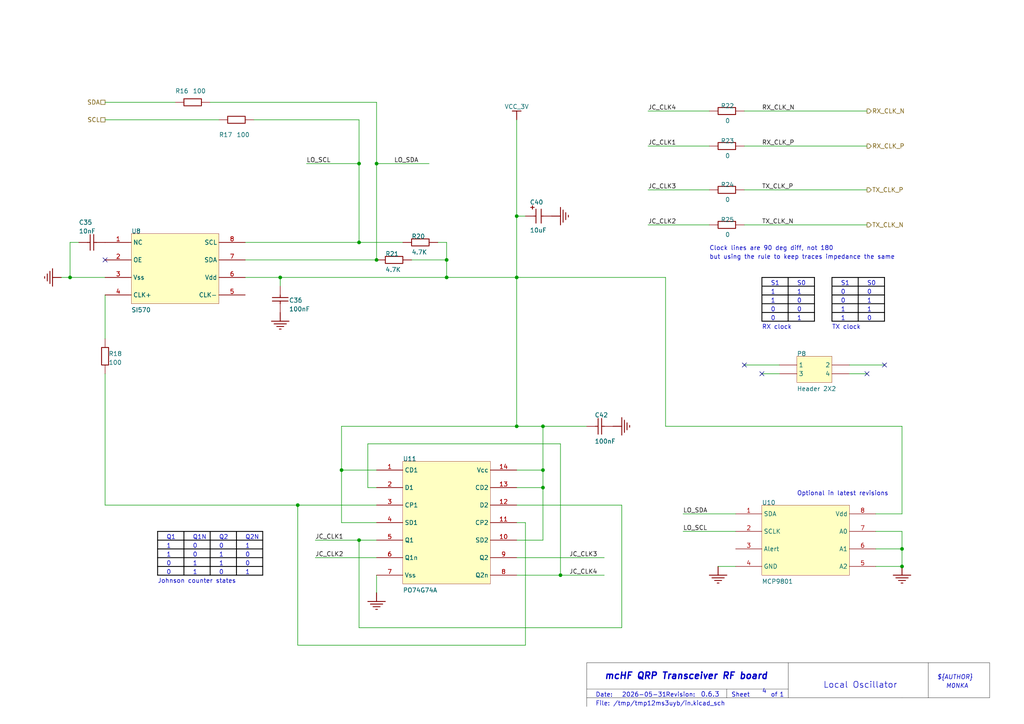
<source format=kicad_sch>
(kicad_sch (version 20231120) (generator "eeschema") (generator_version "8.0")
  (paper "A4")
  (title_block (title "mcHF QRP Transceiver RF board") (rev "0.6.3") (company "M0NKA"))
  (lib_symbols
    (symbol "rf_main-altium-import:GND_POWER_GROUND" (power)
      (property "Reference" "#PWR" (at 0 0 0))
      (property "Value" "GND" (at 0 6.35 0))
      (symbol "GND_POWER_GROUND_0_0"
        (polyline (pts (xy -2.54 -2.54) (xy 2.54 -2.54)) (stroke (width 0.254)))
        (polyline (pts (xy -1.778 -3.302) (xy 1.778 -3.302)) (stroke (width 0.254)))
        (polyline (pts (xy -1.016 -4.064) (xy 1.016 -4.064)) (stroke (width 0.254)))
        (polyline (pts (xy -0.254 -4.826) (xy 0.254 -4.826)) (stroke (width 0.254)))
        (polyline (pts (xy 0 0) (xy 0 -2.54)) (stroke (width 0.254)))
        (pin power_in line (at 0 0 0) (length 0) hide (name "GND") (number ""))
      )
    )
    (symbol "rf_main-altium-import:Local Oscillator_0_74LCX74M_0"
      (symbol "Local Oscillator_0_74LCX74M_0_1_0"
        (rectangle (start 12.7 17.78) (end -12.7 -17.78) (stroke (width 0.0254) (color 128 0 0 1)) (fill (type background)))
        (pin input line (at -20.32 15.24 0) (length 7.62) (name "CD1") (number "1"))
        (pin input line (at 20.32 -5.08 180) (length 7.62) (name "SD2") (number "10"))
        (pin input line (at 20.32 0 180) (length 7.62) (name "CP2") (number "11"))
        (pin input line (at 20.32 5.08 180) (length 7.62) (name "D2") (number "12"))
        (pin input line (at 20.32 10.16 180) (length 7.62) (name "CD2") (number "13"))
        (pin power_in line (at 20.32 15.24 180) (length 7.62) (name "Vcc") (number "14"))
        (pin input line (at -20.32 10.16 0) (length 7.62) (name "D1") (number "2"))
        (pin input line (at -20.32 5.08 0) (length 7.62) (name "CP1") (number "3"))
        (pin input line (at -20.32 0 0) (length 7.62) (name "SD1") (number "4"))
        (pin output line (at -20.32 -5.08 0) (length 7.62) (name "Q1") (number "5"))
        (pin output line (at -20.32 -10.16 0) (length 7.62) (name "Q1n") (number "6"))
        (pin power_in line (at -20.32 -15.24 0) (length 7.62) (name "Vss") (number "7"))
        (pin output line (at 20.32 -15.24 180) (length 7.62) (name "Q2n") (number "8"))
        (pin output line (at 20.32 -10.16 180) (length 7.62) (name "Q2") (number "9"))
      )
    )
    (symbol "rf_main-altium-import:Local Oscillator_0_CAP-POL_0"
      (symbol "Local Oscillator_0_CAP-POL_0_1_0"
        (polyline (pts (xy 1.524 2.54) (xy 2.54 2.54)) (stroke (width 0.254)))
        (polyline (pts (xy 2.032 2.032) (xy 2.032 3.048)) (stroke (width 0.254)))
        (polyline (pts (xy 2.54 0) (xy 3.048 0)) (stroke (width 0.254)))
        (polyline (pts (xy 3.048 -2.032) (xy 3.048 2.032)) (stroke (width 0.254)))
        (polyline (pts (xy 4.572 0) (xy 5.08 0)) (stroke (width 0.254)))
        (polyline (pts (xy 4.572 2.032) (xy 4.572 -2.032)) (stroke (width 0.254)))
        (pin passive line (at 0 0 0) (length 2.54) (name "1") (number "1"))
        (pin passive line (at 7.62 0 180) (length 2.54) (name "2") (number "2"))
      )
    )
    (symbol "rf_main-altium-import:Local Oscillator_0_CAP_0"
      (symbol "Local Oscillator_0_CAP_0_1_0"
        (polyline (pts (xy 0.254 -1.778) (xy 4.826 -1.778)) (stroke (width 0.254)))
        (polyline (pts (xy 0.254 -0.762) (xy 4.826 -0.762)) (stroke (width 0.254)))
        (polyline (pts (xy 2.54 -1.778) (xy 2.54 -2.54)) (stroke (width 0.254)))
        (polyline (pts (xy 2.54 0) (xy 2.54 -0.762)) (stroke (width 0.254)))
        (pin passive line (at 2.54 2.54 270) (length 2.54) (name "1") (number "1"))
        (pin passive line (at 2.54 -5.08 90) (length 2.54) (name "2") (number "2"))
      )
    )
    (symbol "rf_main-altium-import:Local Oscillator_0_Header 2X2"
      (symbol "Local Oscillator_0_Header 2X2_1_0"
        (rectangle (start 10.16 0) (end 0 -7.62) (stroke (width 0.0254) (color 128 0 0 1)) (fill (type background)))
        (pin passive line (at -5.08 -2.54 0) (length 5.08) (name "1") (number "1"))
        (pin passive line (at 15.24 -2.54 180) (length 5.08) (name "2") (number "2"))
        (pin passive line (at -5.08 -5.08 0) (length 5.08) (name "3") (number "3"))
        (pin passive line (at 15.24 -5.08 180) (length 5.08) (name "4") (number "4"))
      )
    )
    (symbol "rf_main-altium-import:Local Oscillator_0_MCP9801_0"
      (symbol "Local Oscillator_0_MCP9801_0_1_0"
        (rectangle (start 12.7 10.16) (end -12.7 -10.16) (stroke (width 0.0254) (color 128 0 0 1)) (fill (type background)))
        (pin bidirectional line (at -20.32 7.62 0) (length 7.62) (name "SDA") (number "1"))
        (pin bidirectional line (at -20.32 2.54 0) (length 7.62) (name "SCLK") (number "2"))
        (pin output line (at -20.32 -2.54 0) (length 7.62) (name "Alert") (number "3"))
        (pin power_in line (at -20.32 -7.62 0) (length 7.62) (name "GND") (number "4"))
        (pin input line (at 20.32 -7.62 180) (length 7.62) (name "A2") (number "5"))
        (pin input line (at 20.32 -2.54 180) (length 7.62) (name "A1") (number "6"))
        (pin input line (at 20.32 2.54 180) (length 7.62) (name "A0") (number "7"))
        (pin power_in line (at 20.32 7.62 180) (length 7.62) (name "Vdd") (number "8"))
      )
    )
    (symbol "rf_main-altium-import:Local Oscillator_0_RES_0"
      (symbol "Local Oscillator_0_RES_0_1_0"
        (rectangle (start 5.08 -1.524) (end 0 -3.556) (stroke (width 0.254)))
        (pin passive line (at -2.54 -2.54 0) (length 2.54) (name "1") (number "1"))
        (pin passive line (at 7.62 -2.54 180) (length 2.54) (name "2") (number "2"))
      )
    )
    (symbol "rf_main-altium-import:Local Oscillator_0_SI570_0"
      (symbol "Local Oscillator_0_SI570_0_1_0"
        (rectangle (start 12.7 10.16) (end -12.7 -10.16) (stroke (width 0.0254) (color 128 0 0 1)) (fill (type background)))
        (pin passive line (at -20.32 7.62 0) (length 7.62) (name "NC") (number "1"))
        (pin input line (at -20.32 2.54 0) (length 7.62) (name "OE") (number "2"))
        (pin power_in line (at -20.32 -2.54 0) (length 7.62) (name "Vss") (number "3"))
        (pin output line (at -20.32 -7.62 0) (length 7.62) (name "CLK+") (number "4"))
        (pin output line (at 20.32 -7.62 180) (length 7.62) (name "CLK-") (number "5"))
        (pin power_in line (at 20.32 -2.54 180) (length 7.62) (name "Vdd") (number "6"))
        (pin bidirectional line (at 20.32 2.54 180) (length 7.62) (name "SDA") (number "7"))
        (pin bidirectional line (at 20.32 7.62 180) (length 7.62) (name "SCL") (number "8"))
      )
    )
    (symbol "rf_main-altium-import:Local Oscillator_1_CAP_0"
      (symbol "Local Oscillator_1_CAP_0_1_0"
        (polyline (pts (xy 0 2.54) (xy 0.762 2.54)) (stroke (width 0.254)))
        (polyline (pts (xy 0.762 0.254) (xy 0.762 4.826)) (stroke (width 0.254)))
        (polyline (pts (xy 1.778 0.254) (xy 1.778 4.826)) (stroke (width 0.254)))
        (polyline (pts (xy 1.778 2.54) (xy 2.54 2.54)) (stroke (width 0.254)))
        (pin passive line (at -2.54 2.54 0) (length 2.54) (name "1") (number "1"))
        (pin passive line (at 5.08 2.54 180) (length 2.54) (name "2") (number "2"))
      )
    )
    (symbol "rf_main-altium-import:Local Oscillator_1_RES_0"
      (symbol "Local Oscillator_1_RES_0_1_0"
        (rectangle (start 3.556 5.08) (end 1.524 0) (stroke (width 0.254)))
        (pin passive line (at 2.54 -2.54 90) (length 2.54) (name "1") (number "1"))
        (pin passive line (at 2.54 7.62 270) (length 2.54) (name "2") (number "2"))
      )
    )
    (symbol "rf_main-altium-import:Local Oscillator_2_RES_0"
      (symbol "Local Oscillator_2_RES_0_1_0"
        (rectangle (start 0 3.556) (end -5.08 1.524) (stroke (width 0.254)))
        (pin passive line (at 2.54 2.54 180) (length 2.54) (name "1") (number "1"))
        (pin passive line (at -7.62 2.54 0) (length 2.54) (name "2") (number "2"))
      )
    )
    (symbol "rf_main-altium-import:Local Oscillator_3_CAP_0"
      (symbol "Local Oscillator_3_CAP_0_1_0"
        (polyline (pts (xy -1.778 -2.54) (xy -2.54 -2.54)) (stroke (width 0.254)))
        (polyline (pts (xy -1.778 -0.254) (xy -1.778 -4.826)) (stroke (width 0.254)))
        (polyline (pts (xy -0.762 -0.254) (xy -0.762 -4.826)) (stroke (width 0.254)))
        (polyline (pts (xy 0 -2.54) (xy -0.762 -2.54)) (stroke (width 0.254)))
        (pin passive line (at 2.54 -2.54 180) (length 2.54) (name "1") (number "1"))
        (pin passive line (at -5.08 -2.54 0) (length 2.54) (name "2") (number "2"))
      )
    )
    (symbol "rf_main-altium-import:VCC_3V_BAR" (power)
      (property "Reference" "#PWR" (at 0 0 0))
      (property "Value" "VCC_3V" (at 0 3.81 0))
      (symbol "VCC_3V_BAR_0_0"
        (polyline (pts (xy -1.27 -2.54) (xy 1.27 -2.54)) (stroke (width 0.254)))
        (polyline (pts (xy 0 0) (xy 0 -2.54)) (stroke (width 0.254)))
        (pin power_in line (at 0 0 0) (length 0) hide (name "VCC_3V") (number ""))
      )
    )
  )
  (junction (at 162.56 166.8272))
  (junction (at 157.48 136.3472))
  (junction (at 149.86 80.4672))
  (junction (at 129.54 75.3872))
  (junction (at 99.06 136.3472))
  (junction (at 20.32 80.4672))
  (junction (at 157.48 141.4272))
  (junction (at 157.48 123.6472))
  (junction (at 149.86 62.6872))
  (junction (at 104.14 156.6672))
  (junction (at 104.14 47.4472))
  (junction (at 81.28 80.4672))
  (junction (at 109.22 47.4472))
  (junction (at 104.14 70.3072))
  (junction (at 261.62 164.2872))
  (junction (at 86.36 146.5072))
  (junction (at 129.54 80.4672))
  (junction (at 261.62 159.2072))
  (junction (at 109.22 75.3872))
  (junction (at 149.86 123.6472))
  (no_connect (at 215.9 105.8672))
  (no_connect (at 256.54 105.8672))
  (no_connect (at 220.98 108.4072))
  (no_connect (at 30.48 75.3872))
  (no_connect (at 251.46 108.4072))
  (wire (pts (xy 99.06 151.5872) (xy 109.22 151.5872)))
  (polyline (pts (xy 241.3 83.0072) (xy 256.54 83.0072)) (stroke (width 0.254) (type solid) (color 0 0 0 1)))
  (wire (pts (xy 104.14 47.4472) (xy 88.9 47.4472)))
  (wire (pts (xy 193.04 123.6472) (xy 193.04 80.4672)))
  (wire (pts (xy 129.54 75.3872) (xy 129.54 80.4672)))
  (polyline (pts (xy 45.72 164.2872) (xy 76.2 164.2872)) (stroke (width 0.254) (type solid) (color 0 0 0 1)))
  (polyline (pts (xy 45.72 166.8272) (xy 45.72 154.1272)) (stroke (width 0.254) (type solid) (color 0 0 0 1)))
  (wire (pts (xy 251.46 65.2272) (xy 215.9 65.2272)))
  (wire (pts (xy 71.12 70.3072) (xy 104.14 70.3072)))
  (polyline (pts (xy 236.22 80.4672) (xy 236.22 93.1672)) (stroke (width 0.254) (type solid) (color 0 0 0 1)))
  (wire (pts (xy 215.9 32.2072) (xy 251.46 32.2072)))
  (wire (pts (xy 180.34 182.0672) (xy 104.14 182.0672)))
  (polyline (pts (xy 220.98 85.5472) (xy 236.22 85.5472)) (stroke (width 0.254) (type solid) (color 0 0 0 1)))
  (polyline (pts (xy 220.98 80.4672) (xy 236.22 80.4672)) (stroke (width 0.254) (type solid) (color 0 0 0 1)))
  (wire (pts (xy 215.9 105.8672) (xy 226.06 105.8672)))
  (wire (pts (xy 157.48 123.6472) (xy 149.86 123.6472)))
  (wire (pts (xy 149.86 80.4672) (xy 149.86 62.6872)))
  (wire (pts (xy 205.74 65.2272) (xy 187.96 65.2272)))
  (wire (pts (xy 104.14 47.4472) (xy 104.14 70.3072)))
  (wire (pts (xy 106.68 128.7272) (xy 162.56 128.7272)))
  (wire (pts (xy 124.46 47.4472) (xy 109.22 47.4472)))
  (wire (pts (xy 17.78 80.4672) (xy 20.32 80.4672)))
  (wire (pts (xy 157.48 141.4272) (xy 149.86 141.4272)))
  (wire (pts (xy 109.22 29.6672) (xy 109.22 47.4472)))
  (wire (pts (xy 205.74 55.0672) (xy 187.96 55.0672)))
  (wire (pts (xy 71.12 80.4672) (xy 81.28 80.4672)))
  (polyline (pts (xy 256.54 93.1672) (xy 241.3 93.1672)) (stroke (width 0.254) (type solid) (color 0 0 0 1)))
  (polyline (pts (xy 45.72 159.2072) (xy 76.2 159.2072)) (stroke (width 0.254) (type solid) (color 0 0 0 1)))
  (wire (pts (xy 162.56 128.7272) (xy 162.56 166.8272)))
  (polyline (pts (xy 220.98 83.0072) (xy 236.22 83.0072)) (stroke (width 0.254) (type solid) (color 0 0 0 1)))
  (wire (pts (xy 261.62 164.2872) (xy 261.62 159.2072)))
  (wire (pts (xy 127 70.3072) (xy 129.54 70.3072)))
  (polyline (pts (xy 228.6 80.4672) (xy 228.6 93.1672)) (stroke (width 0.254) (type solid) (color 0 0 0 1)))
  (wire (pts (xy 149.86 146.5072) (xy 180.34 146.5072)))
  (wire (pts (xy 81.28 80.4672) (xy 81.28 83.0072)))
  (wire (pts (xy 104.14 70.3072) (xy 116.84 70.3072)))
  (wire (pts (xy 213.36 149.0472) (xy 198.12 149.0472)))
  (wire (pts (xy 149.86 151.5872) (xy 152.4 151.5872)))
  (wire (pts (xy 20.32 70.3072) (xy 20.32 80.4672)))
  (wire (pts (xy 81.28 80.4672) (xy 129.54 80.4672)))
  (wire (pts (xy 71.12 75.3872) (xy 109.22 75.3872)))
  (polyline (pts (xy 220.98 93.1672) (xy 220.98 80.4672)) (stroke (width 0.254) (type solid) (color 0 0 0 1)))
  (wire (pts (xy 99.06 123.6472) (xy 99.06 136.3472)))
  (polyline (pts (xy 261.62 202.3872) (xy 170.18 202.3872)) (stroke (width 0.0254) (type solid) (color 0 0 0 1)))
  (wire (pts (xy 60.96 29.6672) (xy 109.22 29.6672)))
  (wire (pts (xy 180.34 146.5072) (xy 180.34 182.0672)))
  (wire (pts (xy 157.48 141.4272) (xy 157.48 136.3472)))
  (polyline (pts (xy 60.96 154.1272) (xy 60.96 166.8272)) (stroke (width 0.254) (type solid) (color 0 0 0 1)))
  (polyline (pts (xy 236.22 93.1672) (xy 220.98 93.1672)) (stroke (width 0.254) (type solid) (color 0 0 0 1)))
  (wire (pts (xy 175.26 161.7472) (xy 149.86 161.7472)))
  (wire (pts (xy 152.4 62.6872) (xy 149.86 62.6872)))
  (wire (pts (xy 261.62 149.0472) (xy 261.62 123.6472)))
  (wire (pts (xy 30.48 29.6672) (xy 50.8 29.6672)))
  (wire (pts (xy 129.54 80.4672) (xy 149.86 80.4672)))
  (wire (pts (xy 261.62 123.6472) (xy 193.04 123.6472)))
  (wire (pts (xy 162.56 166.8272) (xy 175.26 166.8272)))
  (wire (pts (xy 104.14 34.7472) (xy 104.14 47.4472)))
  (polyline (pts (xy 287.02 192.2272) (xy 170.18 192.2272)) (stroke (width 0.0254) (type solid) (color 0 0 0 1)))
  (wire (pts (xy 261.62 154.1272) (xy 254 154.1272)))
  (wire (pts (xy 254 149.0472) (xy 261.62 149.0472)))
  (wire (pts (xy 208.28 164.2872) (xy 213.36 164.2872)))
  (wire (pts (xy 22.86 70.3072) (xy 20.32 70.3072)))
  (wire (pts (xy 109.22 47.4472) (xy 109.22 75.3872)))
  (wire (pts (xy 215.9 55.0672) (xy 251.46 55.0672)))
  (polyline (pts (xy 45.72 156.6672) (xy 76.2 156.6672)) (stroke (width 0.254) (type solid) (color 0 0 0 1)))
  (polyline (pts (xy 220.98 88.0872) (xy 236.22 88.0872)) (stroke (width 0.254) (type solid) (color 0 0 0 1)))
  (wire (pts (xy 152.4 151.5872) (xy 152.4 187.1472)))
  (wire (pts (xy 205.74 42.3672) (xy 187.96 42.3672)))
  (wire (pts (xy 220.98 108.4072) (xy 226.06 108.4072)))
  (polyline (pts (xy 170.18 199.8472) (xy 228.6 199.8472)) (stroke (width 0.0254) (type solid) (color 0 0 0 1)))
  (wire (pts (xy 20.32 80.4672) (xy 30.48 80.4672)))
  (wire (pts (xy 109.22 156.6672) (xy 104.14 156.6672)))
  (wire (pts (xy 99.06 136.3472) (xy 109.22 136.3472)))
  (polyline (pts (xy 241.3 88.0872) (xy 256.54 88.0872)) (stroke (width 0.254) (type solid) (color 0 0 0 1)))
  (polyline (pts (xy 241.3 93.1672) (xy 241.3 80.4672)) (stroke (width 0.254) (type solid) (color 0 0 0 1)))
  (polyline (pts (xy 269.24 192.2272) (xy 269.24 202.3872)) (stroke (width 0.0254) (type solid) (color 0 0 0 1)))
  (wire (pts (xy 246.38 105.8672) (xy 256.54 105.8672)))
  (polyline (pts (xy 287.02 202.3872) (xy 287.02 192.2272)) (stroke (width 0.0254) (type solid) (color 0 0 0 1)))
  (wire (pts (xy 104.14 182.0672) (xy 104.14 156.6672)))
  (wire (pts (xy 109.22 166.8272) (xy 109.22 171.9072)))
  (polyline (pts (xy 210.82 199.8472) (xy 210.82 202.3872)) (stroke (width 0.0254) (type solid) (color 0 0 0 1)))
  (wire (pts (xy 261.62 159.2072) (xy 254 159.2072)))
  (polyline (pts (xy 170.18 192.2272) (xy 170.18 204.9272)) (stroke (width 0.0254) (type solid) (color 0 0 0 1)))
  (polyline (pts (xy 76.2 166.8272) (xy 45.72 166.8272)) (stroke (width 0.254) (type solid) (color 0 0 0 1)))
  (polyline (pts (xy 241.3 90.6272) (xy 256.54 90.6272)) (stroke (width 0.254) (type solid) (color 0 0 0 1)))
  (wire (pts (xy 109.22 141.4272) (xy 106.68 141.4272)))
  (wire (pts (xy 30.48 98.2472) (xy 30.48 85.5472)))
  (wire (pts (xy 99.06 136.3472) (xy 99.06 151.5872)))
  (polyline (pts (xy 76.2 154.1272) (xy 76.2 166.8272)) (stroke (width 0.254) (type solid) (color 0 0 0 1)))
  (polyline (pts (xy 220.98 90.6272) (xy 236.22 90.6272)) (stroke (width 0.254) (type solid) (color 0 0 0 1)))
  (polyline (pts (xy 53.34 154.1272) (xy 53.34 166.8272)) (stroke (width 0.254) (type solid) (color 0 0 0 1)))
  (wire (pts (xy 193.04 80.4672) (xy 149.86 80.4672)))
  (polyline (pts (xy 256.54 80.4672) (xy 256.54 93.1672)) (stroke (width 0.254) (type solid) (color 0 0 0 1)))
  (wire (pts (xy 149.86 166.8272) (xy 162.56 166.8272)))
  (wire (pts (xy 109.22 161.7472) (xy 91.44 161.7472)))
  (wire (pts (xy 261.62 159.2072) (xy 261.62 154.1272)))
  (wire (pts (xy 152.4 187.1472) (xy 86.36 187.1472)))
  (wire (pts (xy 205.74 32.2072) (xy 187.96 32.2072)))
  (wire (pts (xy 157.48 136.3472) (xy 149.86 136.3472)))
  (wire (pts (xy 157.48 136.3472) (xy 157.48 123.6472)))
  (wire (pts (xy 149.86 156.6672) (xy 157.48 156.6672)))
  (wire (pts (xy 157.48 156.6672) (xy 157.48 141.4272)))
  (wire (pts (xy 254 164.2872) (xy 261.62 164.2872)))
  (polyline (pts (xy 261.62 202.3872) (xy 287.02 202.3872)) (stroke (width 0.0254) (type solid) (color 0 0 0 1)))
  (wire (pts (xy 251.46 42.3672) (xy 215.9 42.3672)))
  (polyline (pts (xy 248.92 80.4672) (xy 248.92 93.1672)) (stroke (width 0.254) (type solid) (color 0 0 0 1)))
  (wire (pts (xy 213.36 154.1272) (xy 198.12 154.1272)))
  (polyline (pts (xy 228.6 192.2272) (xy 228.6 202.3872)) (stroke (width 0.0254) (type solid) (color 0 0 0 1)))
  (wire (pts (xy 86.36 146.5072) (xy 109.22 146.5072)))
  (wire (pts (xy 170.18 123.6472) (xy 157.48 123.6472)))
  (wire (pts (xy 246.38 108.4072) (xy 251.46 108.4072)))
  (wire (pts (xy 149.86 80.4672) (xy 149.86 123.6472)))
  (wire (pts (xy 30.48 34.7472) (xy 63.5 34.7472)))
  (wire (pts (xy 129.54 70.3072) (xy 129.54 75.3872)))
  (polyline (pts (xy 45.72 161.7472) (xy 76.2 161.7472)) (stroke (width 0.254) (type solid) (color 0 0 0 1)))
  (wire (pts (xy 106.68 141.4272) (xy 106.68 128.7272)))
  (polyline (pts (xy 45.72 154.1272) (xy 76.2 154.1272)) (stroke (width 0.254) (type solid) (color 0 0 0 1)))
  (wire (pts (xy 149.86 62.6872) (xy 149.86 34.7472)))
  (polyline (pts (xy 68.58 154.1272) (xy 68.58 166.8272)) (stroke (width 0.254) (type solid) (color 0 0 0 1)))
  (wire (pts (xy 86.36 187.1472) (xy 86.36 146.5072)))
  (wire (pts (xy 73.66 34.7472) (xy 104.14 34.7472)))
  (polyline (pts (xy 241.3 80.4672) (xy 256.54 80.4672)) (stroke (width 0.254) (type solid) (color 0 0 0 1)))
  (wire (pts (xy 119.38 75.3872) (xy 129.54 75.3872)))
  (wire (pts (xy 30.48 146.5072) (xy 86.36 146.5072)))
  (wire (pts (xy 104.14 156.6672) (xy 91.44 156.6672)))
  (wire (pts (xy 149.86 123.6472) (xy 99.06 123.6472)))
  (wire (pts (xy 30.48 108.4072) (xy 30.48 146.5072)))
  (polyline (pts (xy 241.3 85.5472) (xy 256.54 85.5472)) (stroke (width 0.254) (type solid) (color 0 0 0 1)))
  (text "1" (at 223.52 85.5472 0) (effects (font (size 1.27 1.27)) (justify left bottom)))
  (text "${AUTHOR}" (at 271.78 197.3072 0) (effects (font (size 1.27 1.27) (italic yes)) (justify left bottom)))
  (text "File:" (at 172.72 204.9272 0) (effects (font (size 1.27 1.27)) (justify left bottom)))
  (text "Q2N" (at 71.12 156.6672 0) (effects (font (size 1.27 1.27)) (justify left bottom)))
  (text "1" (at 243.84 90.6272 0) (effects (font (size 1.27 1.27)) (justify left bottom)))
  (text "but using the rule to keep traces impedance the same" (at 205.74 75.3872 0) (effects (font (size 1.27 1.27)) (justify left bottom)))
  (text "Q1N" (at 55.88 156.6672 0) (effects (font (size 1.27 1.27)) (justify left bottom)))
  (text "Clock lines are 90 deg diff, not 180" (at 205.74 72.8472 0) (effects (font (size 1.27 1.27)) (justify left bottom)))
  (text "1" (at 63.5 161.7472 0) (effects (font (size 1.27 1.27)) (justify left bottom)))
  (text "0" (at 63.5 166.8272 0) (effects (font (size 1.27 1.27)) (justify left bottom)))
  (text "4" (at 220.98 199.8472 0) (effects (font (size 1.27 1.27)) (justify left top)))
  (text "0" (at 223.52 90.6272 0) (effects (font (size 1.27 1.27)) (justify left bottom)))
  (text "1" (at 63.5 164.2872 0) (effects (font (size 1.27 1.27)) (justify left bottom)))
  (text "TX clock" (at 241.3 95.7072 0) (effects (font (size 1.27 1.27)) (justify left bottom)))
  (text "${REVISION}" (at 203.2 202.3872 0) (effects (font (size 1.397 1.397)) (justify left bottom)))
  (text "Local Oscillator" (at 238.76 199.8472 0) (effects (font (size 1.778 1.778)) (justify left bottom)))
  (text "1" (at 71.12 159.2072 0) (effects (font (size 1.27 1.27)) (justify left bottom)))
  (text "${FILEPATH}" (at 177.8 204.9272 0) (effects (font (size 1.27 1.27)) (justify left bottom)))
  (text "0" (at 251.46 85.5472 0) (effects (font (size 1.27 1.27)) (justify left bottom)))
  (text "0" (at 243.84 88.0872 0) (effects (font (size 1.27 1.27)) (justify left bottom)))
  (text "1" (at 55.88 166.8272 0) (effects (font (size 1.27 1.27)) (justify left bottom)))
  (text "0" (at 48.26 166.8272 0) (effects (font (size 1.27 1.27)) (justify left bottom)))
  (text "0" (at 71.12 161.7472 0) (effects (font (size 1.27 1.27)) (justify left bottom)))
  (text "0" (at 251.46 93.1672 0) (effects (font (size 1.27 1.27)) (justify left bottom)))
  (text "Q1" (at 48.26 156.6672 0) (effects (font (size 1.27 1.27)) (justify left bottom)))
  (text "0" (at 55.88 159.2072 0) (effects (font (size 1.27 1.27)) (justify left bottom)))
  (text "S0" (at 231.14 83.0072 0) (effects (font (size 1.27 1.27)) (justify left bottom)))
  (text "S1" (at 223.52 83.0072 0) (effects (font (size 1.27 1.27)) (justify left bottom)))
  (text "1" (at 48.26 159.2072 0) (effects (font (size 1.27 1.27)) (justify left bottom)))
  (text "of" (at 223.52 202.3872 0) (effects (font (size 1.27 1.27)) (justify left bottom)))
  (text "0" (at 231.14 88.0872 0) (effects (font (size 1.27 1.27)) (justify left bottom)))
  (text "1" (at 71.12 166.8272 0) (effects (font (size 1.27 1.27)) (justify left bottom)))
  (text "0" (at 231.14 90.6272 0) (effects (font (size 1.27 1.27)) (justify left bottom)))
  (text "0" (at 63.5 159.2072 0) (effects (font (size 1.27 1.27)) (justify left bottom)))
  (text "${CURRENT_DATE}" (at 180.34 202.3872 0) (effects (font (size 1.27 1.27)) (justify left bottom)))
  (text "1" (at 251.46 90.6272 0) (effects (font (size 1.27 1.27)) (justify left bottom)))
  (text "Revision:" (at 193.04 202.3872 0) (effects (font (size 1.27 1.27)) (justify left bottom)))
  (text "${##}" (at 226.06 202.3872 0) (effects (font (size 1.27 1.27)) (justify left bottom)))
  (text "Johnson counter states" (at 45.72 169.3672 0) (effects (font (size 1.27 1.27)) (justify left bottom)))
  (text "Q2" (at 63.5 156.6672 0) (effects (font (size 1.27 1.27)) (justify left bottom)))
  (text "0" (at 71.12 164.2872 0) (effects (font (size 1.27 1.27)) (justify left bottom)))
  (text "S1" (at 243.84 83.0072 0) (effects (font (size 1.27 1.27)) (justify left bottom)))
  (text "Date:" (at 172.72 202.3872 0) (effects (font (size 1.27 1.27)) (justify left bottom)))
  (text "S0" (at 251.46 83.0072 0) (effects (font (size 1.27 1.27)) (justify left bottom)))
  (text "0" (at 243.84 85.5472 0) (effects (font (size 1.27 1.27)) (justify left bottom)))
  (text "1" (at 55.88 164.2872 0) (effects (font (size 1.27 1.27)) (justify left bottom)))
  (text "0" (at 48.26 164.2872 0) (effects (font (size 1.27 1.27)) (justify left bottom)))
  (text "Optional in latest revisions" (at 231.14 143.9672 0) (effects (font (size 1.27 1.27)) (justify left bottom)))
  (text "${TITLE}" (at 175.26 197.3072 0) (effects (font (size 1.905 1.905) (thickness 0.381) (bold yes) (italic yes)) (justify left bottom)))
  (text "1" (at 48.26 161.7472 0) (effects (font (size 1.27 1.27)) (justify left bottom)))
  (text "RX clock" (at 220.98 95.7072 0) (effects (font (size 1.27 1.27)) (justify left bottom)))
  (text "Sheet" (at 212.09 202.3872 0) (effects (font (size 1.27 1.27)) (justify left bottom)))
  (text "1" (at 231.14 93.1672 0) (effects (font (size 1.27 1.27)) (justify left bottom)))
  (text "${COMPANY}" (at 274.32 199.8472 0) (effects (font (size 1.27 1.27) (italic yes)) (justify left bottom)))
  (text "1" (at 251.46 88.0872 0) (effects (font (size 1.27 1.27)) (justify left bottom)))
  (text "1" (at 223.52 88.0872 0) (effects (font (size 1.27 1.27)) (justify left bottom)))
  (text "1" (at 243.84 93.1672 0) (effects (font (size 1.27 1.27)) (justify left bottom)))
  (text "1" (at 231.14 85.5472 0) (effects (font (size 1.27 1.27)) (justify left bottom)))
  (text "0" (at 55.88 161.7472 0) (effects (font (size 1.27 1.27)) (justify left bottom)))
  (text "0" (at 223.52 93.1672 0) (effects (font (size 1.27 1.27)) (justify left bottom)))
  (label "LO_SCL" (at 88.9 47.4472 0))
  (label "JC_CLK3" (at 187.96 55.0672 0))
  (label "RX_CLK_N" (at 220.98 32.2072 0))
  (label "JC_CLK2" (at 187.96 65.2272 0))
  (label "TX_CLK_P" (at 220.98 55.0672 0))
  (label "JC_CLK4" (at 187.96 32.2072 0))
  (label "LO_SDA" (at 198.12 149.0472 0))
  (label "JC_CLK2" (at 91.44 161.7472 0))
  (label "RX_CLK_P" (at 220.98 42.3672 0))
  (label "LO_SCL" (at 198.12 154.1272 0))
  (label "JC_CLK4" (at 165.1 166.8272 0))
  (label "LO_SDA" (at 114.3 47.4472 0))
  (label "JC_CLK3" (at 165.1 161.7472 0))
  (label "TX_CLK_N" (at 220.98 65.2272 0))
  (label "JC_CLK1" (at 187.96 42.3672 0))
  (label "JC_CLK1" (at 91.44 156.6672 0))
  (hierarchical_label "RX_CLK_P" (shape output) (at 251.46 42.3672 0))
  (hierarchical_label "SCL" (shape passive) (at 30.48 34.7472 180))
  (hierarchical_label "SDA" (shape passive) (at 30.48 29.6672 180))
  (hierarchical_label "RX_CLK_N" (shape output) (at 251.46 32.2072 0))
  (hierarchical_label "TX_CLK_N" (shape output) (at 251.46 65.2272 0))
  (hierarchical_label "TX_CLK_P" (shape output) (at 251.46 55.0672 0))
  (symbol (lib_id "rf_main-altium-import:Local Oscillator_3_CAP_0") (at 175.26 121.1072 0) (unit 1)
    (property "Reference" "C42" (at 172.466 121.1072 0) (effects (justify left bottom)))
    (property "Value" "100nF" (at 172.466 128.7272 0) (effects (justify left bottom)))
    (property "Footprint" "0805-Pro" (effects (hide yes)))
    (property "Description" "Capacitor" (effects (hide yes)))
    (property "PRICE" "0.068" (effects (hide yes)))
    (property "ORDER" "FN 252-2090" (effects (hide yes)))
    (property "QT ORDER" "QCC-00154" (effects (hide yes)))
  )
  (symbol (lib_id "rf_main-altium-import:Local Oscillator_0_CAP-POL_0") (at 152.4 62.6872 0) (unit 1)
    (property "Reference" "C40" (at 153.67 59.3852 0) (effects (justify left bottom)))
    (property "Value" "10uF" (at 153.67 67.5132 0) (effects (justify left bottom)))
    (property "Footprint" "1206_Elec_Cap_N" (effects (hide yes)))
    (property "Description" "Electrolitic capacitor" (effects (hide yes)))
    (property "PRICE" "0.204" (effects (hide yes)))
    (property "ORDER" "FN 233-3009" (effects (hide yes)))
    (property "QT ORDER" "QCC-00166" (effects (hide yes)))
  )
  (symbol (lib_id "rf_main-altium-import:GND_POWER_GROUND") (at 261.62 164.2872 0) (unit 1)
    (property "Reference" "#PWR?" (effects (hide yes)))
    (property "Value" "GND" (effects (hide yes)))
  )
  (symbol (lib_id "rf_main-altium-import:Local Oscillator_0_RES_0") (at 111.76 72.8472 0) (unit 1)
    (property "Reference" "R21" (at 111.76 74.3712 0) (effects (justify left bottom)))
    (property "Value" "4.7K" (at 111.76 78.9432 0) (effects (justify left bottom)))
    (property "Footprint" "0805-Pro" (effects (hide yes)))
    (property "Description" "Resistor" (effects (hide yes)))
    (property "PRICE" "0.024" (effects (hide yes)))
    (property "ORDER" "FN 200-8383" (effects (hide yes)))
    (property "QT ORDER" "QCR-00341" (effects (hide yes)))
  )
  (symbol (lib_id "rf_main-altium-import:Local Oscillator_1_CAP_0") (at 25.4 72.8472 0) (unit 1)
    (property "Reference" "C35" (at 22.86 65.2272 0) (effects (justify left bottom)))
    (property "Value" "10nF" (at 22.86 67.7672 0) (effects (justify left bottom)))
    (property "Footprint" "0805-Pro" (effects (hide yes)))
    (property "Description" "Capacitor" (effects (hide yes)))
    (property "PRICE" "0.059" (effects (hide yes)))
    (property "ORDER" "FN 233-2713" (effects (hide yes)))
    (property "QT ORDER" "QCC-00097" (effects (hide yes)))
  )
  (symbol (lib_id "rf_main-altium-import:Local Oscillator_2_RES_0") (at 213.36 57.6072 0) (unit 1)
    (property "Reference" "R24" (at 209.042 54.3052 0) (effects (justify left bottom)))
    (property "Value" "0" (at 210.312 58.6232 0) (effects (justify left bottom)))
    (property "Footprint" "0805-Pro" (effects (hide yes)))
    (property "Description" "Resistor" (effects (hide yes)))
    (property "PRICE" "0.009" (effects (hide yes)))
    (property "ORDER" "FN 933-3681" (effects (hide yes)))
    (property "QT ORDER" "QCR-00268" (effects (hide yes)))
  )
  (symbol (lib_id "rf_main-altium-import:GND_POWER_GROUND") (at 160.02 62.6872 90) (unit 1)
    (property "Reference" "#PWR?" (effects (hide yes)))
    (property "Value" "GND" (effects (hide yes)))
  )
  (symbol (lib_id "rf_main-altium-import:Local Oscillator_2_RES_0") (at 213.36 44.9072 0) (unit 1)
    (property "Reference" "R23" (at 209.042 41.6052 0) (effects (justify left bottom)))
    (property "Value" "0" (at 210.312 45.9232 0) (effects (justify left bottom)))
    (property "Footprint" "0805-Pro" (effects (hide yes)))
    (property "Description" "Resistor" (effects (hide yes)))
    (property "PRICE" "0.009" (effects (hide yes)))
    (property "ORDER" "FN 933-3681" (effects (hide yes)))
    (property "QT ORDER" "QCR-00268" (effects (hide yes)))
  )
  (symbol (lib_id "rf_main-altium-import:Local Oscillator_2_RES_0") (at 213.36 67.7672 0) (unit 1)
    (property "Reference" "R25" (at 209.042 64.4652 0) (effects (justify left bottom)))
    (property "Value" "0" (at 210.312 68.7832 0) (effects (justify left bottom)))
    (property "Footprint" "0805-Pro" (effects (hide yes)))
    (property "Description" "Resistor" (effects (hide yes)))
    (property "PRICE" "0.009" (effects (hide yes)))
    (property "ORDER" "FN 933-3681" (effects (hide yes)))
    (property "QT ORDER" "QCR-00268" (effects (hide yes)))
  )
  (symbol (lib_id "rf_main-altium-import:GND_POWER_GROUND") (at 208.28 164.2872 0) (unit 1)
    (property "Reference" "#PWR?" (effects (hide yes)))
    (property "Value" "GND" (effects (hide yes)))
  )
  (symbol (lib_id "rf_main-altium-import:Local Oscillator_0_74LCX74M_0") (at 129.54 151.5872 0) (unit 1)
    (property "Reference" "U11" (at 116.84 133.8072 0) (effects (justify left bottom)))
    (property "Value" "PO74G74A" (at 116.84 171.9072 0) (effects (justify left bottom)))
    (property "Footprint" "SO-14-Pro" (effects (hide yes)))
    (property "Description" "Low Voltage Dual D-Type Positive Edge-Triggered  Flip-Flop with 5V Tolerant Inputs" (effects (hide yes)))
    (property "PRICE" "0.23" (effects (hide yes)))
    (property "ORDER" "FN 985-3502" (effects (hide yes)))
  )
  (symbol (lib_id "rf_main-altium-import:GND_POWER_GROUND") (at 177.8 123.6472 90) (unit 1)
    (property "Reference" "#PWR?" (effects (hide yes)))
    (property "Value" "GND" (effects (hide yes)))
  )
  (symbol (lib_id "rf_main-altium-import:GND_POWER_GROUND") (at 17.78 80.4672 270) (unit 1)
    (property "Reference" "#PWR?" (effects (hide yes)))
    (property "Value" "GND" (effects (hide yes)))
  )
  (symbol (lib_id "rf_main-altium-import:GND_POWER_GROUND") (at 81.28 90.6272 0) (unit 1)
    (property "Reference" "#PWR?" (effects (hide yes)))
    (property "Value" "GND" (effects (hide yes)))
  )
  (symbol (lib_id "rf_main-altium-import:Local Oscillator_0_RES_0") (at 119.38 67.7672 0) (unit 1)
    (property "Reference" "R20" (at 119.38 69.2912 0) (effects (justify left bottom)))
    (property "Value" "4.7K" (at 119.38 73.8632 0) (effects (justify left bottom)))
    (property "Footprint" "0805-Pro" (effects (hide yes)))
    (property "Description" "Resistor" (effects (hide yes)))
    (property "PRICE" "0.024" (effects (hide yes)))
    (property "ORDER" "FN 200-8383" (effects (hide yes)))
    (property "QT ORDER" "QCR-00341" (effects (hide yes)))
  )
  (symbol (lib_id "rf_main-altium-import:VCC_3V_BAR") (at 149.86 34.7472 180) (unit 1)
    (property "Reference" "#PWR?" (effects (hide yes)))
    (property "Value" "VCC_3V" (at 149.86 30.9372 0))
  )
  (symbol (lib_id "rf_main-altium-import:Local Oscillator_0_Header 2X2") (at 231.14 103.3272 0) (unit 1)
    (property "Reference" "P8" (at 231.14 103.3272 0) (effects (justify left bottom)))
    (property "Value" "Header 2X2" (at 231.14 113.4872 0) (effects (justify left bottom)))
    (property "Footprint" "HDR2X2" (effects (hide yes)))
    (property "Description" "Header, 2-Pin, Dual row" (effects (hide yes)))
    (property "LATESTREVISIONDATE" "17-Jul-2002" (effects (hide yes)))
    (property "LATESTREVISIONNOTE" "Re-released for DXP Platform." (effects (hide yes)))
    (property "PUBLISHER" "Altium Limited" (effects (hide yes)))
  )
  (symbol (lib_id "rf_main-altium-import:Local Oscillator_2_RES_0") (at 71.12 37.2872 0) (unit 1)
    (property "Reference" "R17" (at 63.5 39.8272 0) (effects (justify left bottom)))
    (property "Value" "100" (at 68.58 39.8272 0) (effects (justify left bottom)))
    (property "Footprint" "0805-Pro" (effects (hide yes)))
    (property "Description" "Resistor" (effects (hide yes)))
    (property "ORDER" "FN 933-2375" (effects (hide yes)))
    (property "PRICE" "0.027" (effects (hide yes)))
    (property "QT ORDER" "QCR-00301" (effects (hide yes)))
  )
  (symbol (lib_id "rf_main-altium-import:Local Oscillator_0_CAP_0") (at 78.74 85.5472 0) (unit 1)
    (property "Reference" "C36" (at 83.82 87.8332 0) (effects (justify left bottom)))
    (property "Value" "100nF" (at 83.82 90.3732 0) (effects (justify left bottom)))
    (property "Footprint" "0805-Pro" (effects (hide yes)))
    (property "Description" "Capacitor" (effects (hide yes)))
    (property "PRICE" "0.068" (effects (hide yes)))
    (property "ORDER" "FN 252-2090" (effects (hide yes)))
    (property "QT ORDER" "QCC-00154" (effects (hide yes)))
  )
  (symbol (lib_id "rf_main-altium-import:Local Oscillator_0_MCP9801_0") (at 233.68 156.6672 0) (unit 1)
    (property "Reference" "U10" (at 220.98 146.5072 0) (effects (justify left bottom)))
    (property "Value" "MCP9801" (at 220.98 169.3672 0) (effects (justify left bottom)))
    (property "Footprint" "SO-8" (effects (hide yes)))
    (property "Description" "2-Wire High-Accuracy Temperature Sensor" (effects (hide yes)))
    (property "ORDER" "FN 143-9486" (effects (hide yes)))
    (property "PRICE" "1.05" (effects (hide yes)))
  )
  (symbol (lib_id "rf_main-altium-import:Local Oscillator_2_RES_0") (at 58.42 32.2072 0) (unit 1)
    (property "Reference" "R16" (at 50.8 27.1272 0) (effects (justify left bottom)))
    (property "Value" "100" (at 55.88 27.1272 0) (effects (justify left bottom)))
    (property "Footprint" "0805-Pro" (effects (hide yes)))
    (property "Description" "Resistor" (effects (hide yes)))
    (property "ORDER" "FN 933-2375" (effects (hide yes)))
    (property "PRICE" "0.027" (effects (hide yes)))
    (property "QT ORDER" "QCR-00301" (effects (hide yes)))
  )
  (symbol (lib_id "rf_main-altium-import:Local Oscillator_1_RES_0") (at 27.94 105.8672 0) (unit 1)
    (property "Reference" "R18" (at 31.496 103.3272 0) (effects (justify left bottom)))
    (property "Value" "100" (at 31.496 105.8672 0) (effects (justify left bottom)))
    (property "Footprint" "0805-Pro" (effects (hide yes)))
    (property "Description" "Resistor" (effects (hide yes)))
    (property "ORDER" "FN 933-2375" (effects (hide yes)))
    (property "PRICE" "0.027" (effects (hide yes)))
    (property "QT ORDER" "QCR-00301" (effects (hide yes)))
  )
  (symbol (lib_id "rf_main-altium-import:Local Oscillator_0_SI570_0") (at 50.8 77.9272 0) (unit 1)
    (property "Reference" "U8" (at 38.1 67.7672 0) (effects (justify left bottom)))
    (property "Value" "SI570" (at 38.1 90.6272 0) (effects (justify left bottom)))
    (property "Footprint" "SI570_m" (effects (hide yes)))
    (property "Description" "I2C programmable XO" (effects (hide yes)))
    (property "ORDER" "DK 336-2518-ND" (effects (hide yes)))
    (property "PRICE" "8.72" (effects (hide yes)))
  )
  (symbol (lib_id "rf_main-altium-import:Local Oscillator_2_RES_0") (at 213.36 34.7472 0) (unit 1)
    (property "Reference" "R22" (at 209.042 31.4452 0) (effects (justify left bottom)))
    (property "Value" "0" (at 210.312 35.7632 0) (effects (justify left bottom)))
    (property "Footprint" "0805-Pro" (effects (hide yes)))
    (property "Description" "Resistor" (effects (hide yes)))
    (property "PRICE" "0.009" (effects (hide yes)))
    (property "ORDER" "FN 933-3681" (effects (hide yes)))
    (property "QT ORDER" "QCR-00268" (effects (hide yes)))
  )
  (symbol (lib_id "rf_main-altium-import:GND_POWER_GROUND") (at 109.22 171.9072 0) (unit 1)
    (property "Reference" "#PWR?" (effects (hide yes)))
    (property "Value" "GND" (effects (hide yes)))
  )
)
</source>
